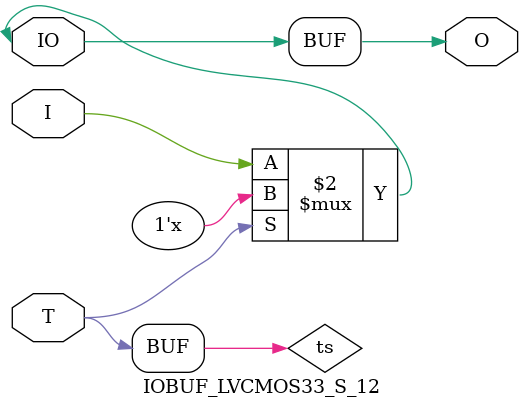
<source format=v>

/*

FUNCTION	: INPUT TRI-STATE OUTPUT BUFFER

*/

`celldefine
`timescale  100 ps / 10 ps

module IOBUF_LVCMOS33_S_12 (O, IO, I, T);

    output O;

    inout  IO;

    input  I, T;

    or O1 (ts, 1'b0, T);
    bufif0 T1 (IO, I, ts);

    buf B1 (O, IO);

endmodule

</source>
